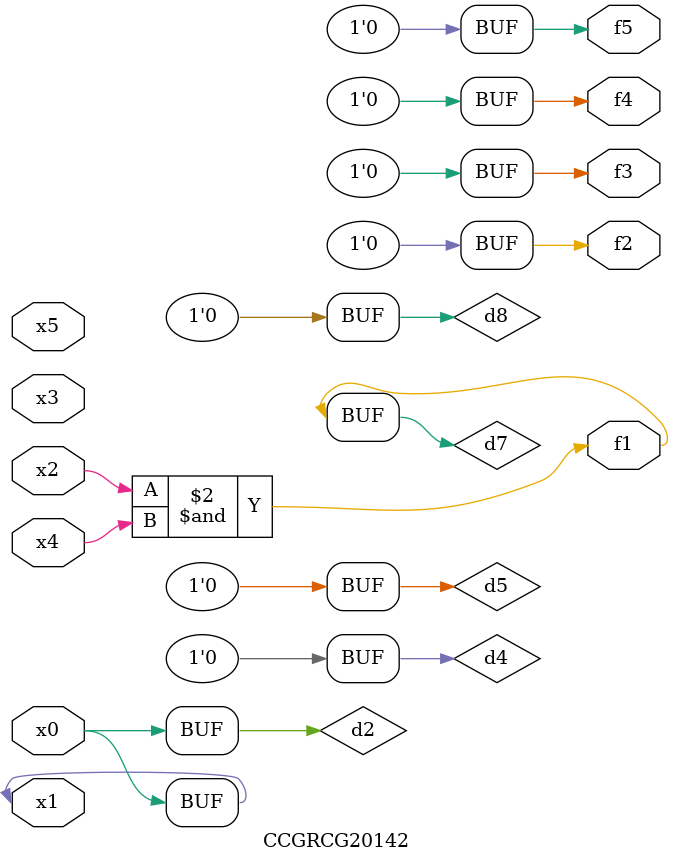
<source format=v>
module CCGRCG20142(
	input x0, x1, x2, x3, x4, x5,
	output f1, f2, f3, f4, f5
);

	wire d1, d2, d3, d4, d5, d6, d7, d8, d9;

	nand (d1, x1);
	buf (d2, x0, x1);
	nand (d3, x2, x4);
	and (d4, d1, d2);
	and (d5, d1, d2);
	nand (d6, d1, d3);
	not (d7, d3);
	xor (d8, d5);
	nor (d9, d5, d6);
	assign f1 = d7;
	assign f2 = d8;
	assign f3 = d8;
	assign f4 = d8;
	assign f5 = d8;
endmodule

</source>
